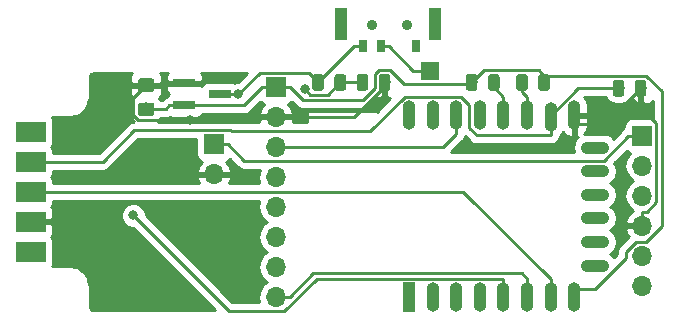
<source format=gbr>
G04 #@! TF.GenerationSoftware,KiCad,Pcbnew,5.0.1-33cea8e~66~ubuntu18.04.1*
G04 #@! TF.CreationDate,2019-09-26T22:02:42+09:00*
G04 #@! TF.ProjectId,minidenko,6D696E6964656E6B6F2E6B696361645F,rev?*
G04 #@! TF.SameCoordinates,Original*
G04 #@! TF.FileFunction,Copper,L1,Top,Signal*
G04 #@! TF.FilePolarity,Positive*
%FSLAX46Y46*%
G04 Gerber Fmt 4.6, Leading zero omitted, Abs format (unit mm)*
G04 Created by KiCad (PCBNEW 5.0.1-33cea8e~66~ubuntu18.04.1) date 2019年09月26日 22時02分42秒*
%MOMM*%
%LPD*%
G01*
G04 APERTURE LIST*
G04 #@! TA.AperFunction,ComponentPad*
%ADD10R,2.500000X1.700000*%
G04 #@! TD*
G04 #@! TA.AperFunction,WasherPad*
%ADD11C,0.900000*%
G04 #@! TD*
G04 #@! TA.AperFunction,SMDPad,CuDef*
%ADD12R,1.000000X2.800000*%
G04 #@! TD*
G04 #@! TA.AperFunction,SMDPad,CuDef*
%ADD13R,0.700000X1.000000*%
G04 #@! TD*
G04 #@! TA.AperFunction,ComponentPad*
%ADD14O,1.100000X2.500000*%
G04 #@! TD*
G04 #@! TA.AperFunction,SMDPad,CuDef*
%ADD15O,2.400000X1.100000*%
G04 #@! TD*
G04 #@! TA.AperFunction,ComponentPad*
%ADD16R,1.100000X2.500000*%
G04 #@! TD*
G04 #@! TA.AperFunction,SMDPad,CuDef*
%ADD17R,1.500000X1.500000*%
G04 #@! TD*
G04 #@! TA.AperFunction,SMDPad,CuDef*
%ADD18R,1.900000X0.800000*%
G04 #@! TD*
G04 #@! TA.AperFunction,Conductor*
%ADD19C,0.100000*%
G04 #@! TD*
G04 #@! TA.AperFunction,SMDPad,CuDef*
%ADD20C,1.150000*%
G04 #@! TD*
G04 #@! TA.AperFunction,ComponentPad*
%ADD21R,1.700000X1.700000*%
G04 #@! TD*
G04 #@! TA.AperFunction,ComponentPad*
%ADD22O,1.700000X1.700000*%
G04 #@! TD*
G04 #@! TA.AperFunction,SMDPad,CuDef*
%ADD23C,0.975000*%
G04 #@! TD*
G04 #@! TA.AperFunction,ViaPad*
%ADD24C,0.800000*%
G04 #@! TD*
G04 #@! TA.AperFunction,Conductor*
%ADD25C,0.250000*%
G04 #@! TD*
G04 #@! TA.AperFunction,Conductor*
%ADD26C,0.254000*%
G04 #@! TD*
G04 APERTURE END LIST*
D10*
G04 #@! TO.P,J3,1*
G04 #@! TO.N,LDO_IN*
X51750000Y-45825000D03*
G04 #@! TO.P,J3,2*
G04 #@! TO.N,GND*
X51750000Y-43285000D03*
G04 #@! TO.P,J3,3*
G04 #@! TO.N,ESP_GPIO13*
X51750000Y-40745000D03*
G04 #@! TO.P,J3,4*
G04 #@! TO.N,ESP_GPIO15*
X51750000Y-38205000D03*
G04 #@! TO.P,J3,5*
G04 #@! TO.N,ESP_GPIO14*
X51750000Y-35665000D03*
G04 #@! TD*
D11*
G04 #@! TO.P,SW1,*
G04 #@! TO.N,*
X80625000Y-26600000D03*
X83625000Y-26650000D03*
D12*
G04 #@! TO.P,SW1,NC*
G04 #@! TO.N,N/C*
X78025000Y-26550000D03*
D13*
G04 #@! TO.P,SW1,2*
G04 #@! TO.N,PW_IN*
X81375000Y-28450000D03*
G04 #@! TO.P,SW1,3*
G04 #@! TO.N,LDO_IN*
X79875000Y-28450000D03*
G04 #@! TO.P,SW1,1*
G04 #@! TO.N,Net-(SW1-Pad1)*
X84375000Y-28450000D03*
D12*
G04 #@! TO.P,SW1,NC*
G04 #@! TO.N,N/C*
X85975000Y-26550000D03*
G04 #@! TD*
D14*
G04 #@! TO.P,U2,22*
G04 #@! TO.N,UART_TXD*
X83750000Y-34300000D03*
G04 #@! TO.P,U2,21*
G04 #@! TO.N,UART_RXD*
X85750000Y-34300000D03*
G04 #@! TO.P,U2,20*
G04 #@! TO.N,ESP_GPIO5*
X87750000Y-34300000D03*
G04 #@! TO.P,U2,19*
G04 #@! TO.N,ESP_GPIO4*
X89750000Y-34300000D03*
G04 #@! TO.P,U2,18*
G04 #@! TO.N,ESP_BOOT*
X91750000Y-34300000D03*
G04 #@! TO.P,U2,17*
G04 #@! TO.N,ESP_GPIO2*
X93750000Y-34300000D03*
G04 #@! TO.P,U2,16*
G04 #@! TO.N,ESP_GPIO15*
X95750000Y-34400000D03*
G04 #@! TO.P,U2,15*
G04 #@! TO.N,GND*
X97750000Y-34300000D03*
D15*
G04 #@! TO.P,U2,14*
G04 #@! TO.N,Net-(U2-Pad14)*
X99500000Y-37010000D03*
G04 #@! TO.P,U2,13*
G04 #@! TO.N,Net-(U2-Pad13)*
X99500000Y-39010000D03*
G04 #@! TO.P,U2,12*
G04 #@! TO.N,Net-(U2-Pad12)*
X99500000Y-41010000D03*
G04 #@! TO.P,U2,11*
G04 #@! TO.N,Net-(U2-Pad11)*
X99500000Y-43010000D03*
G04 #@! TO.P,U2,10*
G04 #@! TO.N,Net-(U2-Pad10)*
X99500000Y-45010000D03*
G04 #@! TO.P,U2,9*
G04 #@! TO.N,Net-(U2-Pad9)*
X99500000Y-47010000D03*
D14*
G04 #@! TO.P,U2,8*
G04 #@! TO.N,+3V3*
X97750000Y-49700000D03*
G04 #@! TO.P,U2,7*
G04 #@! TO.N,ESP_GPIO13*
X95750000Y-49700000D03*
G04 #@! TO.P,U2,6*
G04 #@! TO.N,ESP_GPIO12*
X93750000Y-49700000D03*
G04 #@! TO.P,U2,5*
G04 #@! TO.N,ESP_GPIO14*
X91750000Y-49700000D03*
G04 #@! TO.P,U2,4*
G04 #@! TO.N,ESP_GPIO16*
X89750000Y-49700000D03*
G04 #@! TO.P,U2,3*
G04 #@! TO.N,+3V3*
X87750000Y-49700000D03*
G04 #@! TO.P,U2,2*
G04 #@! TO.N,ADC*
X85750000Y-49700000D03*
D16*
G04 #@! TO.P,U2,1*
G04 #@! TO.N,ESP_RESET*
X83750000Y-49700000D03*
G04 #@! TD*
D17*
G04 #@! TO.P,P1,1*
G04 #@! TO.N,PW_IN*
X85500000Y-30500000D03*
G04 #@! TD*
D18*
G04 #@! TO.P,U1,1*
G04 #@! TO.N,GND*
X64750000Y-31550000D03*
G04 #@! TO.P,U1,2*
G04 #@! TO.N,+3V3*
X64750000Y-33450000D03*
G04 #@! TO.P,U1,3*
G04 #@! TO.N,LDO_IN*
X67750000Y-32500000D03*
G04 #@! TD*
D19*
G04 #@! TO.N,+3V3*
G04 #@! TO.C,C1*
G36*
X61974505Y-33201204D02*
X61998773Y-33204804D01*
X62022572Y-33210765D01*
X62045671Y-33219030D01*
X62067850Y-33229520D01*
X62088893Y-33242132D01*
X62108599Y-33256747D01*
X62126777Y-33273223D01*
X62143253Y-33291401D01*
X62157868Y-33311107D01*
X62170480Y-33332150D01*
X62180970Y-33354329D01*
X62189235Y-33377428D01*
X62195196Y-33401227D01*
X62198796Y-33425495D01*
X62200000Y-33449999D01*
X62200000Y-34100001D01*
X62198796Y-34124505D01*
X62195196Y-34148773D01*
X62189235Y-34172572D01*
X62180970Y-34195671D01*
X62170480Y-34217850D01*
X62157868Y-34238893D01*
X62143253Y-34258599D01*
X62126777Y-34276777D01*
X62108599Y-34293253D01*
X62088893Y-34307868D01*
X62067850Y-34320480D01*
X62045671Y-34330970D01*
X62022572Y-34339235D01*
X61998773Y-34345196D01*
X61974505Y-34348796D01*
X61950001Y-34350000D01*
X61049999Y-34350000D01*
X61025495Y-34348796D01*
X61001227Y-34345196D01*
X60977428Y-34339235D01*
X60954329Y-34330970D01*
X60932150Y-34320480D01*
X60911107Y-34307868D01*
X60891401Y-34293253D01*
X60873223Y-34276777D01*
X60856747Y-34258599D01*
X60842132Y-34238893D01*
X60829520Y-34217850D01*
X60819030Y-34195671D01*
X60810765Y-34172572D01*
X60804804Y-34148773D01*
X60801204Y-34124505D01*
X60800000Y-34100001D01*
X60800000Y-33449999D01*
X60801204Y-33425495D01*
X60804804Y-33401227D01*
X60810765Y-33377428D01*
X60819030Y-33354329D01*
X60829520Y-33332150D01*
X60842132Y-33311107D01*
X60856747Y-33291401D01*
X60873223Y-33273223D01*
X60891401Y-33256747D01*
X60911107Y-33242132D01*
X60932150Y-33229520D01*
X60954329Y-33219030D01*
X60977428Y-33210765D01*
X61001227Y-33204804D01*
X61025495Y-33201204D01*
X61049999Y-33200000D01*
X61950001Y-33200000D01*
X61974505Y-33201204D01*
X61974505Y-33201204D01*
G37*
D20*
G04 #@! TD*
G04 #@! TO.P,C1,1*
G04 #@! TO.N,+3V3*
X61500000Y-33775000D03*
D19*
G04 #@! TO.N,GND*
G04 #@! TO.C,C1*
G36*
X61974505Y-31151204D02*
X61998773Y-31154804D01*
X62022572Y-31160765D01*
X62045671Y-31169030D01*
X62067850Y-31179520D01*
X62088893Y-31192132D01*
X62108599Y-31206747D01*
X62126777Y-31223223D01*
X62143253Y-31241401D01*
X62157868Y-31261107D01*
X62170480Y-31282150D01*
X62180970Y-31304329D01*
X62189235Y-31327428D01*
X62195196Y-31351227D01*
X62198796Y-31375495D01*
X62200000Y-31399999D01*
X62200000Y-32050001D01*
X62198796Y-32074505D01*
X62195196Y-32098773D01*
X62189235Y-32122572D01*
X62180970Y-32145671D01*
X62170480Y-32167850D01*
X62157868Y-32188893D01*
X62143253Y-32208599D01*
X62126777Y-32226777D01*
X62108599Y-32243253D01*
X62088893Y-32257868D01*
X62067850Y-32270480D01*
X62045671Y-32280970D01*
X62022572Y-32289235D01*
X61998773Y-32295196D01*
X61974505Y-32298796D01*
X61950001Y-32300000D01*
X61049999Y-32300000D01*
X61025495Y-32298796D01*
X61001227Y-32295196D01*
X60977428Y-32289235D01*
X60954329Y-32280970D01*
X60932150Y-32270480D01*
X60911107Y-32257868D01*
X60891401Y-32243253D01*
X60873223Y-32226777D01*
X60856747Y-32208599D01*
X60842132Y-32188893D01*
X60829520Y-32167850D01*
X60819030Y-32145671D01*
X60810765Y-32122572D01*
X60804804Y-32098773D01*
X60801204Y-32074505D01*
X60800000Y-32050001D01*
X60800000Y-31399999D01*
X60801204Y-31375495D01*
X60804804Y-31351227D01*
X60810765Y-31327428D01*
X60819030Y-31304329D01*
X60829520Y-31282150D01*
X60842132Y-31261107D01*
X60856747Y-31241401D01*
X60873223Y-31223223D01*
X60891401Y-31206747D01*
X60911107Y-31192132D01*
X60932150Y-31179520D01*
X60954329Y-31169030D01*
X60977428Y-31160765D01*
X61001227Y-31154804D01*
X61025495Y-31151204D01*
X61049999Y-31150000D01*
X61950001Y-31150000D01*
X61974505Y-31151204D01*
X61974505Y-31151204D01*
G37*
D20*
G04 #@! TD*
G04 #@! TO.P,C1,2*
G04 #@! TO.N,GND*
X61500000Y-31725000D03*
D21*
G04 #@! TO.P,J1,1*
G04 #@! TO.N,LDO_IN*
X67250000Y-36750000D03*
D22*
G04 #@! TO.P,J1,2*
G04 #@! TO.N,GND*
X67250000Y-39290000D03*
G04 #@! TD*
D21*
G04 #@! TO.P,J2,1*
G04 #@! TO.N,LDO_IN*
X103500000Y-36000000D03*
D22*
G04 #@! TO.P,J2,2*
G04 #@! TO.N,ESP_RESET*
X103500000Y-38540000D03*
G04 #@! TO.P,J2,3*
G04 #@! TO.N,ESP_BOOT*
X103500000Y-41080000D03*
G04 #@! TO.P,J2,4*
G04 #@! TO.N,GND*
X103500000Y-43620000D03*
G04 #@! TO.P,J2,5*
G04 #@! TO.N,UART_TXD*
X103500000Y-46160000D03*
G04 #@! TO.P,J2,6*
G04 #@! TO.N,UART_RXD*
X103500000Y-48700000D03*
G04 #@! TD*
D21*
G04 #@! TO.P,J5,1*
G04 #@! TO.N,+3V3*
X72500000Y-31875000D03*
D22*
G04 #@! TO.P,J5,2*
G04 #@! TO.N,GND*
X72500000Y-34415000D03*
G04 #@! TO.P,J5,3*
G04 #@! TO.N,ESP_GPIO5*
X72500000Y-36955000D03*
G04 #@! TO.P,J5,4*
G04 #@! TO.N,ESP_GPIO4*
X72500000Y-39495000D03*
G04 #@! TO.P,J5,5*
G04 #@! TO.N,Net-(J5-Pad5)*
X72500000Y-42035000D03*
G04 #@! TO.P,J5,6*
G04 #@! TO.N,Net-(J5-Pad6)*
X72500000Y-44575000D03*
G04 #@! TO.P,J5,7*
G04 #@! TO.N,Net-(J5-Pad7)*
X72500000Y-47115000D03*
G04 #@! TO.P,J5,8*
G04 #@! TO.N,ESP_GPIO12*
X72500000Y-49655000D03*
G04 #@! TD*
D19*
G04 #@! TO.N,ESP_GPIO2*
G04 #@! TO.C,R5*
G36*
X93580142Y-30801174D02*
X93603803Y-30804684D01*
X93627007Y-30810496D01*
X93649529Y-30818554D01*
X93671153Y-30828782D01*
X93691670Y-30841079D01*
X93710883Y-30855329D01*
X93728607Y-30871393D01*
X93744671Y-30889117D01*
X93758921Y-30908330D01*
X93771218Y-30928847D01*
X93781446Y-30950471D01*
X93789504Y-30972993D01*
X93795316Y-30996197D01*
X93798826Y-31019858D01*
X93800000Y-31043750D01*
X93800000Y-31956250D01*
X93798826Y-31980142D01*
X93795316Y-32003803D01*
X93789504Y-32027007D01*
X93781446Y-32049529D01*
X93771218Y-32071153D01*
X93758921Y-32091670D01*
X93744671Y-32110883D01*
X93728607Y-32128607D01*
X93710883Y-32144671D01*
X93691670Y-32158921D01*
X93671153Y-32171218D01*
X93649529Y-32181446D01*
X93627007Y-32189504D01*
X93603803Y-32195316D01*
X93580142Y-32198826D01*
X93556250Y-32200000D01*
X93068750Y-32200000D01*
X93044858Y-32198826D01*
X93021197Y-32195316D01*
X92997993Y-32189504D01*
X92975471Y-32181446D01*
X92953847Y-32171218D01*
X92933330Y-32158921D01*
X92914117Y-32144671D01*
X92896393Y-32128607D01*
X92880329Y-32110883D01*
X92866079Y-32091670D01*
X92853782Y-32071153D01*
X92843554Y-32049529D01*
X92835496Y-32027007D01*
X92829684Y-32003803D01*
X92826174Y-31980142D01*
X92825000Y-31956250D01*
X92825000Y-31043750D01*
X92826174Y-31019858D01*
X92829684Y-30996197D01*
X92835496Y-30972993D01*
X92843554Y-30950471D01*
X92853782Y-30928847D01*
X92866079Y-30908330D01*
X92880329Y-30889117D01*
X92896393Y-30871393D01*
X92914117Y-30855329D01*
X92933330Y-30841079D01*
X92953847Y-30828782D01*
X92975471Y-30818554D01*
X92997993Y-30810496D01*
X93021197Y-30804684D01*
X93044858Y-30801174D01*
X93068750Y-30800000D01*
X93556250Y-30800000D01*
X93580142Y-30801174D01*
X93580142Y-30801174D01*
G37*
D23*
G04 #@! TD*
G04 #@! TO.P,R5,1*
G04 #@! TO.N,ESP_GPIO2*
X93312500Y-31500000D03*
D19*
G04 #@! TO.N,+3V3*
G04 #@! TO.C,R5*
G36*
X95455142Y-30801174D02*
X95478803Y-30804684D01*
X95502007Y-30810496D01*
X95524529Y-30818554D01*
X95546153Y-30828782D01*
X95566670Y-30841079D01*
X95585883Y-30855329D01*
X95603607Y-30871393D01*
X95619671Y-30889117D01*
X95633921Y-30908330D01*
X95646218Y-30928847D01*
X95656446Y-30950471D01*
X95664504Y-30972993D01*
X95670316Y-30996197D01*
X95673826Y-31019858D01*
X95675000Y-31043750D01*
X95675000Y-31956250D01*
X95673826Y-31980142D01*
X95670316Y-32003803D01*
X95664504Y-32027007D01*
X95656446Y-32049529D01*
X95646218Y-32071153D01*
X95633921Y-32091670D01*
X95619671Y-32110883D01*
X95603607Y-32128607D01*
X95585883Y-32144671D01*
X95566670Y-32158921D01*
X95546153Y-32171218D01*
X95524529Y-32181446D01*
X95502007Y-32189504D01*
X95478803Y-32195316D01*
X95455142Y-32198826D01*
X95431250Y-32200000D01*
X94943750Y-32200000D01*
X94919858Y-32198826D01*
X94896197Y-32195316D01*
X94872993Y-32189504D01*
X94850471Y-32181446D01*
X94828847Y-32171218D01*
X94808330Y-32158921D01*
X94789117Y-32144671D01*
X94771393Y-32128607D01*
X94755329Y-32110883D01*
X94741079Y-32091670D01*
X94728782Y-32071153D01*
X94718554Y-32049529D01*
X94710496Y-32027007D01*
X94704684Y-32003803D01*
X94701174Y-31980142D01*
X94700000Y-31956250D01*
X94700000Y-31043750D01*
X94701174Y-31019858D01*
X94704684Y-30996197D01*
X94710496Y-30972993D01*
X94718554Y-30950471D01*
X94728782Y-30928847D01*
X94741079Y-30908330D01*
X94755329Y-30889117D01*
X94771393Y-30871393D01*
X94789117Y-30855329D01*
X94808330Y-30841079D01*
X94828847Y-30828782D01*
X94850471Y-30818554D01*
X94872993Y-30810496D01*
X94896197Y-30804684D01*
X94919858Y-30801174D01*
X94943750Y-30800000D01*
X95431250Y-30800000D01*
X95455142Y-30801174D01*
X95455142Y-30801174D01*
G37*
D23*
G04 #@! TD*
G04 #@! TO.P,R5,2*
G04 #@! TO.N,+3V3*
X95187500Y-31500000D03*
D19*
G04 #@! TO.N,GND*
G04 #@! TO.C,R4*
G36*
X81955142Y-30801174D02*
X81978803Y-30804684D01*
X82002007Y-30810496D01*
X82024529Y-30818554D01*
X82046153Y-30828782D01*
X82066670Y-30841079D01*
X82085883Y-30855329D01*
X82103607Y-30871393D01*
X82119671Y-30889117D01*
X82133921Y-30908330D01*
X82146218Y-30928847D01*
X82156446Y-30950471D01*
X82164504Y-30972993D01*
X82170316Y-30996197D01*
X82173826Y-31019858D01*
X82175000Y-31043750D01*
X82175000Y-31956250D01*
X82173826Y-31980142D01*
X82170316Y-32003803D01*
X82164504Y-32027007D01*
X82156446Y-32049529D01*
X82146218Y-32071153D01*
X82133921Y-32091670D01*
X82119671Y-32110883D01*
X82103607Y-32128607D01*
X82085883Y-32144671D01*
X82066670Y-32158921D01*
X82046153Y-32171218D01*
X82024529Y-32181446D01*
X82002007Y-32189504D01*
X81978803Y-32195316D01*
X81955142Y-32198826D01*
X81931250Y-32200000D01*
X81443750Y-32200000D01*
X81419858Y-32198826D01*
X81396197Y-32195316D01*
X81372993Y-32189504D01*
X81350471Y-32181446D01*
X81328847Y-32171218D01*
X81308330Y-32158921D01*
X81289117Y-32144671D01*
X81271393Y-32128607D01*
X81255329Y-32110883D01*
X81241079Y-32091670D01*
X81228782Y-32071153D01*
X81218554Y-32049529D01*
X81210496Y-32027007D01*
X81204684Y-32003803D01*
X81201174Y-31980142D01*
X81200000Y-31956250D01*
X81200000Y-31043750D01*
X81201174Y-31019858D01*
X81204684Y-30996197D01*
X81210496Y-30972993D01*
X81218554Y-30950471D01*
X81228782Y-30928847D01*
X81241079Y-30908330D01*
X81255329Y-30889117D01*
X81271393Y-30871393D01*
X81289117Y-30855329D01*
X81308330Y-30841079D01*
X81328847Y-30828782D01*
X81350471Y-30818554D01*
X81372993Y-30810496D01*
X81396197Y-30804684D01*
X81419858Y-30801174D01*
X81443750Y-30800000D01*
X81931250Y-30800000D01*
X81955142Y-30801174D01*
X81955142Y-30801174D01*
G37*
D23*
G04 #@! TD*
G04 #@! TO.P,R4,2*
G04 #@! TO.N,GND*
X81687500Y-31500000D03*
D19*
G04 #@! TO.N,ADC*
G04 #@! TO.C,R4*
G36*
X80080142Y-30801174D02*
X80103803Y-30804684D01*
X80127007Y-30810496D01*
X80149529Y-30818554D01*
X80171153Y-30828782D01*
X80191670Y-30841079D01*
X80210883Y-30855329D01*
X80228607Y-30871393D01*
X80244671Y-30889117D01*
X80258921Y-30908330D01*
X80271218Y-30928847D01*
X80281446Y-30950471D01*
X80289504Y-30972993D01*
X80295316Y-30996197D01*
X80298826Y-31019858D01*
X80300000Y-31043750D01*
X80300000Y-31956250D01*
X80298826Y-31980142D01*
X80295316Y-32003803D01*
X80289504Y-32027007D01*
X80281446Y-32049529D01*
X80271218Y-32071153D01*
X80258921Y-32091670D01*
X80244671Y-32110883D01*
X80228607Y-32128607D01*
X80210883Y-32144671D01*
X80191670Y-32158921D01*
X80171153Y-32171218D01*
X80149529Y-32181446D01*
X80127007Y-32189504D01*
X80103803Y-32195316D01*
X80080142Y-32198826D01*
X80056250Y-32200000D01*
X79568750Y-32200000D01*
X79544858Y-32198826D01*
X79521197Y-32195316D01*
X79497993Y-32189504D01*
X79475471Y-32181446D01*
X79453847Y-32171218D01*
X79433330Y-32158921D01*
X79414117Y-32144671D01*
X79396393Y-32128607D01*
X79380329Y-32110883D01*
X79366079Y-32091670D01*
X79353782Y-32071153D01*
X79343554Y-32049529D01*
X79335496Y-32027007D01*
X79329684Y-32003803D01*
X79326174Y-31980142D01*
X79325000Y-31956250D01*
X79325000Y-31043750D01*
X79326174Y-31019858D01*
X79329684Y-30996197D01*
X79335496Y-30972993D01*
X79343554Y-30950471D01*
X79353782Y-30928847D01*
X79366079Y-30908330D01*
X79380329Y-30889117D01*
X79396393Y-30871393D01*
X79414117Y-30855329D01*
X79433330Y-30841079D01*
X79453847Y-30828782D01*
X79475471Y-30818554D01*
X79497993Y-30810496D01*
X79521197Y-30804684D01*
X79544858Y-30801174D01*
X79568750Y-30800000D01*
X80056250Y-30800000D01*
X80080142Y-30801174D01*
X80080142Y-30801174D01*
G37*
D23*
G04 #@! TD*
G04 #@! TO.P,R4,1*
G04 #@! TO.N,ADC*
X79812500Y-31500000D03*
D19*
G04 #@! TO.N,LDO_IN*
G04 #@! TO.C,R3*
G36*
X76330142Y-30801174D02*
X76353803Y-30804684D01*
X76377007Y-30810496D01*
X76399529Y-30818554D01*
X76421153Y-30828782D01*
X76441670Y-30841079D01*
X76460883Y-30855329D01*
X76478607Y-30871393D01*
X76494671Y-30889117D01*
X76508921Y-30908330D01*
X76521218Y-30928847D01*
X76531446Y-30950471D01*
X76539504Y-30972993D01*
X76545316Y-30996197D01*
X76548826Y-31019858D01*
X76550000Y-31043750D01*
X76550000Y-31956250D01*
X76548826Y-31980142D01*
X76545316Y-32003803D01*
X76539504Y-32027007D01*
X76531446Y-32049529D01*
X76521218Y-32071153D01*
X76508921Y-32091670D01*
X76494671Y-32110883D01*
X76478607Y-32128607D01*
X76460883Y-32144671D01*
X76441670Y-32158921D01*
X76421153Y-32171218D01*
X76399529Y-32181446D01*
X76377007Y-32189504D01*
X76353803Y-32195316D01*
X76330142Y-32198826D01*
X76306250Y-32200000D01*
X75818750Y-32200000D01*
X75794858Y-32198826D01*
X75771197Y-32195316D01*
X75747993Y-32189504D01*
X75725471Y-32181446D01*
X75703847Y-32171218D01*
X75683330Y-32158921D01*
X75664117Y-32144671D01*
X75646393Y-32128607D01*
X75630329Y-32110883D01*
X75616079Y-32091670D01*
X75603782Y-32071153D01*
X75593554Y-32049529D01*
X75585496Y-32027007D01*
X75579684Y-32003803D01*
X75576174Y-31980142D01*
X75575000Y-31956250D01*
X75575000Y-31043750D01*
X75576174Y-31019858D01*
X75579684Y-30996197D01*
X75585496Y-30972993D01*
X75593554Y-30950471D01*
X75603782Y-30928847D01*
X75616079Y-30908330D01*
X75630329Y-30889117D01*
X75646393Y-30871393D01*
X75664117Y-30855329D01*
X75683330Y-30841079D01*
X75703847Y-30828782D01*
X75725471Y-30818554D01*
X75747993Y-30810496D01*
X75771197Y-30804684D01*
X75794858Y-30801174D01*
X75818750Y-30800000D01*
X76306250Y-30800000D01*
X76330142Y-30801174D01*
X76330142Y-30801174D01*
G37*
D23*
G04 #@! TD*
G04 #@! TO.P,R3,1*
G04 #@! TO.N,LDO_IN*
X76062500Y-31500000D03*
D19*
G04 #@! TO.N,ADC*
G04 #@! TO.C,R3*
G36*
X78205142Y-30801174D02*
X78228803Y-30804684D01*
X78252007Y-30810496D01*
X78274529Y-30818554D01*
X78296153Y-30828782D01*
X78316670Y-30841079D01*
X78335883Y-30855329D01*
X78353607Y-30871393D01*
X78369671Y-30889117D01*
X78383921Y-30908330D01*
X78396218Y-30928847D01*
X78406446Y-30950471D01*
X78414504Y-30972993D01*
X78420316Y-30996197D01*
X78423826Y-31019858D01*
X78425000Y-31043750D01*
X78425000Y-31956250D01*
X78423826Y-31980142D01*
X78420316Y-32003803D01*
X78414504Y-32027007D01*
X78406446Y-32049529D01*
X78396218Y-32071153D01*
X78383921Y-32091670D01*
X78369671Y-32110883D01*
X78353607Y-32128607D01*
X78335883Y-32144671D01*
X78316670Y-32158921D01*
X78296153Y-32171218D01*
X78274529Y-32181446D01*
X78252007Y-32189504D01*
X78228803Y-32195316D01*
X78205142Y-32198826D01*
X78181250Y-32200000D01*
X77693750Y-32200000D01*
X77669858Y-32198826D01*
X77646197Y-32195316D01*
X77622993Y-32189504D01*
X77600471Y-32181446D01*
X77578847Y-32171218D01*
X77558330Y-32158921D01*
X77539117Y-32144671D01*
X77521393Y-32128607D01*
X77505329Y-32110883D01*
X77491079Y-32091670D01*
X77478782Y-32071153D01*
X77468554Y-32049529D01*
X77460496Y-32027007D01*
X77454684Y-32003803D01*
X77451174Y-31980142D01*
X77450000Y-31956250D01*
X77450000Y-31043750D01*
X77451174Y-31019858D01*
X77454684Y-30996197D01*
X77460496Y-30972993D01*
X77468554Y-30950471D01*
X77478782Y-30928847D01*
X77491079Y-30908330D01*
X77505329Y-30889117D01*
X77521393Y-30871393D01*
X77539117Y-30855329D01*
X77558330Y-30841079D01*
X77578847Y-30828782D01*
X77600471Y-30818554D01*
X77622993Y-30810496D01*
X77646197Y-30804684D01*
X77669858Y-30801174D01*
X77693750Y-30800000D01*
X78181250Y-30800000D01*
X78205142Y-30801174D01*
X78205142Y-30801174D01*
G37*
D23*
G04 #@! TD*
G04 #@! TO.P,R3,2*
G04 #@! TO.N,ADC*
X77937500Y-31500000D03*
D19*
G04 #@! TO.N,+3V3*
G04 #@! TO.C,R2*
G36*
X89330142Y-30801174D02*
X89353803Y-30804684D01*
X89377007Y-30810496D01*
X89399529Y-30818554D01*
X89421153Y-30828782D01*
X89441670Y-30841079D01*
X89460883Y-30855329D01*
X89478607Y-30871393D01*
X89494671Y-30889117D01*
X89508921Y-30908330D01*
X89521218Y-30928847D01*
X89531446Y-30950471D01*
X89539504Y-30972993D01*
X89545316Y-30996197D01*
X89548826Y-31019858D01*
X89550000Y-31043750D01*
X89550000Y-31956250D01*
X89548826Y-31980142D01*
X89545316Y-32003803D01*
X89539504Y-32027007D01*
X89531446Y-32049529D01*
X89521218Y-32071153D01*
X89508921Y-32091670D01*
X89494671Y-32110883D01*
X89478607Y-32128607D01*
X89460883Y-32144671D01*
X89441670Y-32158921D01*
X89421153Y-32171218D01*
X89399529Y-32181446D01*
X89377007Y-32189504D01*
X89353803Y-32195316D01*
X89330142Y-32198826D01*
X89306250Y-32200000D01*
X88818750Y-32200000D01*
X88794858Y-32198826D01*
X88771197Y-32195316D01*
X88747993Y-32189504D01*
X88725471Y-32181446D01*
X88703847Y-32171218D01*
X88683330Y-32158921D01*
X88664117Y-32144671D01*
X88646393Y-32128607D01*
X88630329Y-32110883D01*
X88616079Y-32091670D01*
X88603782Y-32071153D01*
X88593554Y-32049529D01*
X88585496Y-32027007D01*
X88579684Y-32003803D01*
X88576174Y-31980142D01*
X88575000Y-31956250D01*
X88575000Y-31043750D01*
X88576174Y-31019858D01*
X88579684Y-30996197D01*
X88585496Y-30972993D01*
X88593554Y-30950471D01*
X88603782Y-30928847D01*
X88616079Y-30908330D01*
X88630329Y-30889117D01*
X88646393Y-30871393D01*
X88664117Y-30855329D01*
X88683330Y-30841079D01*
X88703847Y-30828782D01*
X88725471Y-30818554D01*
X88747993Y-30810496D01*
X88771197Y-30804684D01*
X88794858Y-30801174D01*
X88818750Y-30800000D01*
X89306250Y-30800000D01*
X89330142Y-30801174D01*
X89330142Y-30801174D01*
G37*
D23*
G04 #@! TD*
G04 #@! TO.P,R2,2*
G04 #@! TO.N,+3V3*
X89062500Y-31500000D03*
D19*
G04 #@! TO.N,ESP_BOOT*
G04 #@! TO.C,R2*
G36*
X91205142Y-30801174D02*
X91228803Y-30804684D01*
X91252007Y-30810496D01*
X91274529Y-30818554D01*
X91296153Y-30828782D01*
X91316670Y-30841079D01*
X91335883Y-30855329D01*
X91353607Y-30871393D01*
X91369671Y-30889117D01*
X91383921Y-30908330D01*
X91396218Y-30928847D01*
X91406446Y-30950471D01*
X91414504Y-30972993D01*
X91420316Y-30996197D01*
X91423826Y-31019858D01*
X91425000Y-31043750D01*
X91425000Y-31956250D01*
X91423826Y-31980142D01*
X91420316Y-32003803D01*
X91414504Y-32027007D01*
X91406446Y-32049529D01*
X91396218Y-32071153D01*
X91383921Y-32091670D01*
X91369671Y-32110883D01*
X91353607Y-32128607D01*
X91335883Y-32144671D01*
X91316670Y-32158921D01*
X91296153Y-32171218D01*
X91274529Y-32181446D01*
X91252007Y-32189504D01*
X91228803Y-32195316D01*
X91205142Y-32198826D01*
X91181250Y-32200000D01*
X90693750Y-32200000D01*
X90669858Y-32198826D01*
X90646197Y-32195316D01*
X90622993Y-32189504D01*
X90600471Y-32181446D01*
X90578847Y-32171218D01*
X90558330Y-32158921D01*
X90539117Y-32144671D01*
X90521393Y-32128607D01*
X90505329Y-32110883D01*
X90491079Y-32091670D01*
X90478782Y-32071153D01*
X90468554Y-32049529D01*
X90460496Y-32027007D01*
X90454684Y-32003803D01*
X90451174Y-31980142D01*
X90450000Y-31956250D01*
X90450000Y-31043750D01*
X90451174Y-31019858D01*
X90454684Y-30996197D01*
X90460496Y-30972993D01*
X90468554Y-30950471D01*
X90478782Y-30928847D01*
X90491079Y-30908330D01*
X90505329Y-30889117D01*
X90521393Y-30871393D01*
X90539117Y-30855329D01*
X90558330Y-30841079D01*
X90578847Y-30828782D01*
X90600471Y-30818554D01*
X90622993Y-30810496D01*
X90646197Y-30804684D01*
X90669858Y-30801174D01*
X90693750Y-30800000D01*
X91181250Y-30800000D01*
X91205142Y-30801174D01*
X91205142Y-30801174D01*
G37*
D23*
G04 #@! TD*
G04 #@! TO.P,R2,1*
G04 #@! TO.N,ESP_BOOT*
X90937500Y-31500000D03*
D19*
G04 #@! TO.N,ESP_GPIO15*
G04 #@! TO.C,R1*
G36*
X101768142Y-31301174D02*
X101791803Y-31304684D01*
X101815007Y-31310496D01*
X101837529Y-31318554D01*
X101859153Y-31328782D01*
X101879670Y-31341079D01*
X101898883Y-31355329D01*
X101916607Y-31371393D01*
X101932671Y-31389117D01*
X101946921Y-31408330D01*
X101959218Y-31428847D01*
X101969446Y-31450471D01*
X101977504Y-31472993D01*
X101983316Y-31496197D01*
X101986826Y-31519858D01*
X101988000Y-31543750D01*
X101988000Y-32456250D01*
X101986826Y-32480142D01*
X101983316Y-32503803D01*
X101977504Y-32527007D01*
X101969446Y-32549529D01*
X101959218Y-32571153D01*
X101946921Y-32591670D01*
X101932671Y-32610883D01*
X101916607Y-32628607D01*
X101898883Y-32644671D01*
X101879670Y-32658921D01*
X101859153Y-32671218D01*
X101837529Y-32681446D01*
X101815007Y-32689504D01*
X101791803Y-32695316D01*
X101768142Y-32698826D01*
X101744250Y-32700000D01*
X101256750Y-32700000D01*
X101232858Y-32698826D01*
X101209197Y-32695316D01*
X101185993Y-32689504D01*
X101163471Y-32681446D01*
X101141847Y-32671218D01*
X101121330Y-32658921D01*
X101102117Y-32644671D01*
X101084393Y-32628607D01*
X101068329Y-32610883D01*
X101054079Y-32591670D01*
X101041782Y-32571153D01*
X101031554Y-32549529D01*
X101023496Y-32527007D01*
X101017684Y-32503803D01*
X101014174Y-32480142D01*
X101013000Y-32456250D01*
X101013000Y-31543750D01*
X101014174Y-31519858D01*
X101017684Y-31496197D01*
X101023496Y-31472993D01*
X101031554Y-31450471D01*
X101041782Y-31428847D01*
X101054079Y-31408330D01*
X101068329Y-31389117D01*
X101084393Y-31371393D01*
X101102117Y-31355329D01*
X101121330Y-31341079D01*
X101141847Y-31328782D01*
X101163471Y-31318554D01*
X101185993Y-31310496D01*
X101209197Y-31304684D01*
X101232858Y-31301174D01*
X101256750Y-31300000D01*
X101744250Y-31300000D01*
X101768142Y-31301174D01*
X101768142Y-31301174D01*
G37*
D23*
G04 #@! TD*
G04 #@! TO.P,R1,1*
G04 #@! TO.N,ESP_GPIO15*
X101500500Y-32000000D03*
D19*
G04 #@! TO.N,GND*
G04 #@! TO.C,R1*
G36*
X103643142Y-31301174D02*
X103666803Y-31304684D01*
X103690007Y-31310496D01*
X103712529Y-31318554D01*
X103734153Y-31328782D01*
X103754670Y-31341079D01*
X103773883Y-31355329D01*
X103791607Y-31371393D01*
X103807671Y-31389117D01*
X103821921Y-31408330D01*
X103834218Y-31428847D01*
X103844446Y-31450471D01*
X103852504Y-31472993D01*
X103858316Y-31496197D01*
X103861826Y-31519858D01*
X103863000Y-31543750D01*
X103863000Y-32456250D01*
X103861826Y-32480142D01*
X103858316Y-32503803D01*
X103852504Y-32527007D01*
X103844446Y-32549529D01*
X103834218Y-32571153D01*
X103821921Y-32591670D01*
X103807671Y-32610883D01*
X103791607Y-32628607D01*
X103773883Y-32644671D01*
X103754670Y-32658921D01*
X103734153Y-32671218D01*
X103712529Y-32681446D01*
X103690007Y-32689504D01*
X103666803Y-32695316D01*
X103643142Y-32698826D01*
X103619250Y-32700000D01*
X103131750Y-32700000D01*
X103107858Y-32698826D01*
X103084197Y-32695316D01*
X103060993Y-32689504D01*
X103038471Y-32681446D01*
X103016847Y-32671218D01*
X102996330Y-32658921D01*
X102977117Y-32644671D01*
X102959393Y-32628607D01*
X102943329Y-32610883D01*
X102929079Y-32591670D01*
X102916782Y-32571153D01*
X102906554Y-32549529D01*
X102898496Y-32527007D01*
X102892684Y-32503803D01*
X102889174Y-32480142D01*
X102888000Y-32456250D01*
X102888000Y-31543750D01*
X102889174Y-31519858D01*
X102892684Y-31496197D01*
X102898496Y-31472993D01*
X102906554Y-31450471D01*
X102916782Y-31428847D01*
X102929079Y-31408330D01*
X102943329Y-31389117D01*
X102959393Y-31371393D01*
X102977117Y-31355329D01*
X102996330Y-31341079D01*
X103016847Y-31328782D01*
X103038471Y-31318554D01*
X103060993Y-31310496D01*
X103084197Y-31304684D01*
X103107858Y-31301174D01*
X103131750Y-31300000D01*
X103619250Y-31300000D01*
X103643142Y-31301174D01*
X103643142Y-31301174D01*
G37*
D23*
G04 #@! TD*
G04 #@! TO.P,R1,2*
G04 #@! TO.N,GND*
X103375500Y-32000000D03*
D24*
G04 #@! TO.N,GND*
X65256300Y-34647300D03*
G04 #@! TO.N,LDO_IN*
X69320600Y-32500000D03*
G04 #@! TO.N,ADC*
X74966400Y-32085400D03*
G04 #@! TO.N,ESP_GPIO14*
X60416700Y-42760900D03*
G04 #@! TD*
D25*
G04 #@! TO.N,ESP_GPIO15*
X101500500Y-32000000D02*
X98075500Y-32000000D01*
X98075500Y-32000000D02*
X95750000Y-34325500D01*
X95750000Y-34325500D02*
X95750000Y-35000000D01*
X51750000Y-38205000D02*
X57849200Y-38205000D01*
X57849200Y-38205000D02*
X60484600Y-35569600D01*
X60484600Y-35569600D02*
X68662100Y-35569600D01*
X68662100Y-35569600D02*
X68721600Y-35629100D01*
X68721600Y-35629100D02*
X80462600Y-35629100D01*
X80462600Y-35629100D02*
X83379000Y-32712700D01*
X83379000Y-32712700D02*
X88147100Y-32712700D01*
X88147100Y-32712700D02*
X88874600Y-33440200D01*
X88874600Y-33440200D02*
X88874600Y-35368300D01*
X88874600Y-35368300D02*
X89481600Y-35975300D01*
X89481600Y-35975300D02*
X95750000Y-35975300D01*
X95750000Y-35000000D02*
X95750000Y-35975300D01*
G04 #@! TO.N,GND*
X71324700Y-34415000D02*
X71092400Y-34647300D01*
X71092400Y-34647300D02*
X65256300Y-34647300D01*
X65256300Y-34647300D02*
X65227200Y-34676400D01*
X65227200Y-34676400D02*
X60811500Y-34676400D01*
X60811500Y-34676400D02*
X60432300Y-34297200D01*
X60432300Y-34297200D02*
X60432300Y-32792700D01*
X60432300Y-32792700D02*
X61500000Y-31725000D01*
X72500000Y-34415000D02*
X71324700Y-34415000D01*
X81687500Y-31500000D02*
X81687500Y-31807900D01*
X81687500Y-31807900D02*
X79080400Y-34415000D01*
X79080400Y-34415000D02*
X72500000Y-34415000D01*
X102548200Y-32827300D02*
X103375500Y-32000000D01*
X97750000Y-35000000D02*
X100375500Y-35000000D01*
X100375500Y-35000000D02*
X102548200Y-32827300D01*
X102548200Y-32827300D02*
X104675300Y-34954500D01*
X104675300Y-34954500D02*
X104675300Y-41636800D01*
X104675300Y-41636800D02*
X103867400Y-42444700D01*
X103867400Y-42444700D02*
X103500000Y-42444700D01*
X103500000Y-43620000D02*
X103500000Y-42444700D01*
X61500000Y-31725000D02*
X63299700Y-31725000D01*
X63299700Y-31725000D02*
X63474700Y-31550000D01*
X64750000Y-31550000D02*
X63474700Y-31550000D01*
G04 #@! TO.N,+3V3*
X89062500Y-31500000D02*
X88915800Y-31646700D01*
X88915800Y-31646700D02*
X83364400Y-31646700D01*
X83364400Y-31646700D02*
X82163500Y-30445800D01*
X82163500Y-30445800D02*
X81185000Y-30445800D01*
X81185000Y-30445800D02*
X80873700Y-30757100D01*
X80873700Y-30757100D02*
X80873700Y-31976600D01*
X80873700Y-31976600D02*
X79870800Y-32979500D01*
X79870800Y-32979500D02*
X74779800Y-32979500D01*
X74779800Y-32979500D02*
X73675300Y-31875000D01*
X72500000Y-31875000D02*
X73675300Y-31875000D01*
X95187500Y-30916800D02*
X94738700Y-30468000D01*
X94738700Y-30468000D02*
X90094500Y-30468000D01*
X90094500Y-30468000D02*
X89062500Y-31500000D01*
X95187500Y-31500000D02*
X95187500Y-30916800D01*
X95187500Y-30916800D02*
X103826400Y-30916800D01*
X103826400Y-30916800D02*
X105164600Y-32255000D01*
X105164600Y-32255000D02*
X105164600Y-43638700D01*
X105164600Y-43638700D02*
X103818700Y-44984600D01*
X103818700Y-44984600D02*
X103002600Y-44984600D01*
X103002600Y-44984600D02*
X102134600Y-45852600D01*
X102134600Y-45852600D02*
X102134600Y-46360900D01*
X102134600Y-46360900D02*
X99495500Y-49000000D01*
X99495500Y-49000000D02*
X97750000Y-49000000D01*
X72500000Y-31875000D02*
X71324700Y-31875000D01*
X66025300Y-33450000D02*
X69749700Y-33450000D01*
X69749700Y-33450000D02*
X71324700Y-31875000D01*
X64750000Y-33450000D02*
X66025300Y-33450000D01*
X64750000Y-33450000D02*
X63474700Y-33450000D01*
X61500000Y-33775000D02*
X63149700Y-33775000D01*
X63149700Y-33775000D02*
X63474700Y-33450000D01*
G04 #@! TO.N,ESP_BOOT*
X91750000Y-35000000D02*
X91750000Y-32724700D01*
X90937500Y-31500000D02*
X90937500Y-31912200D01*
X90937500Y-31912200D02*
X91750000Y-32724700D01*
G04 #@! TO.N,LDO_IN*
X103500000Y-36000000D02*
X102324700Y-36000000D01*
X67250000Y-36750000D02*
X68425300Y-36750000D01*
X68425300Y-36750000D02*
X69809400Y-38134100D01*
X69809400Y-38134100D02*
X100264100Y-38134100D01*
X100264100Y-38134100D02*
X102324700Y-36073500D01*
X102324700Y-36073500D02*
X102324700Y-36000000D01*
X69320600Y-32500000D02*
X71121000Y-30699600D01*
X71121000Y-30699600D02*
X75262100Y-30699600D01*
X75262100Y-30699600D02*
X76062500Y-31500000D01*
X69025300Y-32500000D02*
X69320600Y-32500000D01*
X76062500Y-31500000D02*
X79112500Y-28450000D01*
X79112500Y-28450000D02*
X79875000Y-28450000D01*
X67750000Y-32500000D02*
X69025300Y-32500000D01*
G04 #@! TO.N,ADC*
X77937500Y-31500000D02*
X76908300Y-32529200D01*
X76908300Y-32529200D02*
X75410200Y-32529200D01*
X75410200Y-32529200D02*
X74966400Y-32085400D01*
X79812500Y-31500000D02*
X77937500Y-31500000D01*
G04 #@! TO.N,ESP_GPIO2*
X93750000Y-35000000D02*
X93750000Y-32724700D01*
X93312500Y-31500000D02*
X93312500Y-32287200D01*
X93312500Y-32287200D02*
X93750000Y-32724700D01*
G04 #@! TO.N,ESP_GPIO14*
X91750000Y-49000000D02*
X91750000Y-48124700D01*
X91750000Y-48124700D02*
X75930500Y-48124700D01*
X75930500Y-48124700D02*
X73211500Y-50843700D01*
X73211500Y-50843700D02*
X68499500Y-50843700D01*
X68499500Y-50843700D02*
X60416700Y-42760900D01*
G04 #@! TO.N,ESP_GPIO12*
X73675300Y-49655000D02*
X75655900Y-47674400D01*
X75655900Y-47674400D02*
X93299700Y-47674400D01*
X93299700Y-47674400D02*
X93750000Y-48124700D01*
X72500000Y-49655000D02*
X73675300Y-49655000D01*
X93750000Y-49000000D02*
X93750000Y-48124700D01*
G04 #@! TO.N,ESP_GPIO13*
X95750000Y-49000000D02*
X95750000Y-48124700D01*
X95750000Y-48124700D02*
X88370300Y-40745000D01*
X88370300Y-40745000D02*
X51750000Y-40745000D01*
G04 #@! TO.N,ESP_GPIO5*
X73675300Y-36955000D02*
X86670300Y-36955000D01*
X86670300Y-36955000D02*
X87750000Y-35875300D01*
X72500000Y-36955000D02*
X73675300Y-36955000D01*
X87750000Y-35000000D02*
X87750000Y-35875300D01*
G04 #@! TO.N,PW_IN*
X85500000Y-30500000D02*
X84100300Y-30500000D01*
X84100300Y-30500000D02*
X82050300Y-28450000D01*
X81375000Y-28450000D02*
X82050300Y-28450000D01*
G04 #@! TD*
D26*
G04 #@! TO.N,GND*
G36*
X70985908Y-42035000D02*
X71101161Y-42614418D01*
X71429375Y-43105625D01*
X71727761Y-43305000D01*
X71429375Y-43504375D01*
X71101161Y-43995582D01*
X70985908Y-44575000D01*
X71101161Y-45154418D01*
X71429375Y-45645625D01*
X71727761Y-45845000D01*
X71429375Y-46044375D01*
X71101161Y-46535582D01*
X70985908Y-47115000D01*
X71101161Y-47694418D01*
X71429375Y-48185625D01*
X71727761Y-48385000D01*
X71429375Y-48584375D01*
X71101161Y-49075582D01*
X70985908Y-49655000D01*
X71071181Y-50083700D01*
X68814303Y-50083700D01*
X61451700Y-42721099D01*
X61451700Y-42555026D01*
X61294131Y-42174620D01*
X61002980Y-41883469D01*
X60622574Y-41725900D01*
X60210826Y-41725900D01*
X59830420Y-41883469D01*
X59539269Y-42174620D01*
X59381700Y-42555026D01*
X59381700Y-42966774D01*
X59539269Y-43347180D01*
X59830420Y-43638331D01*
X60210826Y-43795900D01*
X60376899Y-43795900D01*
X67370997Y-50790000D01*
X57069930Y-50790000D01*
X56894345Y-50755074D01*
X56804774Y-50695225D01*
X56744926Y-50605655D01*
X56710000Y-50430070D01*
X56710000Y-48680074D01*
X56696358Y-48611491D01*
X56696358Y-48611486D01*
X56620238Y-48228804D01*
X56558136Y-48078877D01*
X56514223Y-47972862D01*
X56297451Y-47648438D01*
X56101562Y-47452550D01*
X56101561Y-47452549D01*
X55777138Y-47235776D01*
X55593368Y-47159657D01*
X55521196Y-47129762D01*
X55138513Y-47053642D01*
X55138509Y-47053642D01*
X55069926Y-47040000D01*
X53519822Y-47040000D01*
X53598157Y-46922765D01*
X53647440Y-46675000D01*
X53647440Y-44975000D01*
X53598157Y-44727235D01*
X53481051Y-44551975D01*
X53538327Y-44494699D01*
X53635000Y-44261310D01*
X53635000Y-43570750D01*
X53476250Y-43412000D01*
X51877000Y-43412000D01*
X51877000Y-43432000D01*
X51623000Y-43432000D01*
X51623000Y-43412000D01*
X51603000Y-43412000D01*
X51603000Y-43158000D01*
X51623000Y-43158000D01*
X51623000Y-43138000D01*
X51877000Y-43138000D01*
X51877000Y-43158000D01*
X53476250Y-43158000D01*
X53635000Y-42999250D01*
X53635000Y-42308690D01*
X53538327Y-42075301D01*
X53481051Y-42018025D01*
X53598157Y-41842765D01*
X53647440Y-41595000D01*
X53647440Y-41505000D01*
X71091331Y-41505000D01*
X70985908Y-42035000D01*
X70985908Y-42035000D01*
G37*
X70985908Y-42035000D02*
X71101161Y-42614418D01*
X71429375Y-43105625D01*
X71727761Y-43305000D01*
X71429375Y-43504375D01*
X71101161Y-43995582D01*
X70985908Y-44575000D01*
X71101161Y-45154418D01*
X71429375Y-45645625D01*
X71727761Y-45845000D01*
X71429375Y-46044375D01*
X71101161Y-46535582D01*
X70985908Y-47115000D01*
X71101161Y-47694418D01*
X71429375Y-48185625D01*
X71727761Y-48385000D01*
X71429375Y-48584375D01*
X71101161Y-49075582D01*
X70985908Y-49655000D01*
X71071181Y-50083700D01*
X68814303Y-50083700D01*
X61451700Y-42721099D01*
X61451700Y-42555026D01*
X61294131Y-42174620D01*
X61002980Y-41883469D01*
X60622574Y-41725900D01*
X60210826Y-41725900D01*
X59830420Y-41883469D01*
X59539269Y-42174620D01*
X59381700Y-42555026D01*
X59381700Y-42966774D01*
X59539269Y-43347180D01*
X59830420Y-43638331D01*
X60210826Y-43795900D01*
X60376899Y-43795900D01*
X67370997Y-50790000D01*
X57069930Y-50790000D01*
X56894345Y-50755074D01*
X56804774Y-50695225D01*
X56744926Y-50605655D01*
X56710000Y-50430070D01*
X56710000Y-48680074D01*
X56696358Y-48611491D01*
X56696358Y-48611486D01*
X56620238Y-48228804D01*
X56558136Y-48078877D01*
X56514223Y-47972862D01*
X56297451Y-47648438D01*
X56101562Y-47452550D01*
X56101561Y-47452549D01*
X55777138Y-47235776D01*
X55593368Y-47159657D01*
X55521196Y-47129762D01*
X55138513Y-47053642D01*
X55138509Y-47053642D01*
X55069926Y-47040000D01*
X53519822Y-47040000D01*
X53598157Y-46922765D01*
X53647440Y-46675000D01*
X53647440Y-44975000D01*
X53598157Y-44727235D01*
X53481051Y-44551975D01*
X53538327Y-44494699D01*
X53635000Y-44261310D01*
X53635000Y-43570750D01*
X53476250Y-43412000D01*
X51877000Y-43412000D01*
X51877000Y-43432000D01*
X51623000Y-43432000D01*
X51623000Y-43412000D01*
X51603000Y-43412000D01*
X51603000Y-43158000D01*
X51623000Y-43158000D01*
X51623000Y-43138000D01*
X51877000Y-43138000D01*
X51877000Y-43158000D01*
X53476250Y-43158000D01*
X53635000Y-42999250D01*
X53635000Y-42308690D01*
X53538327Y-42075301D01*
X53481051Y-42018025D01*
X53598157Y-41842765D01*
X53647440Y-41595000D01*
X53647440Y-41505000D01*
X71091331Y-41505000D01*
X70985908Y-42035000D01*
G36*
X102192191Y-37307809D02*
X102402235Y-37448157D01*
X102447619Y-37457184D01*
X102429375Y-37469375D01*
X102101161Y-37960582D01*
X101985908Y-38540000D01*
X102101161Y-39119418D01*
X102429375Y-39610625D01*
X102727761Y-39810000D01*
X102429375Y-40009375D01*
X102101161Y-40500582D01*
X101985908Y-41080000D01*
X102101161Y-41659418D01*
X102429375Y-42150625D01*
X102748478Y-42363843D01*
X102618642Y-42424817D01*
X102228355Y-42853076D01*
X102058524Y-43263110D01*
X102179845Y-43493000D01*
X103373000Y-43493000D01*
X103373000Y-43473000D01*
X103627000Y-43473000D01*
X103627000Y-43493000D01*
X103647000Y-43493000D01*
X103647000Y-43747000D01*
X103627000Y-43747000D01*
X103627000Y-43767000D01*
X103373000Y-43767000D01*
X103373000Y-43747000D01*
X102179845Y-43747000D01*
X102058524Y-43976890D01*
X102228355Y-44386924D01*
X102370023Y-44542375D01*
X101650129Y-45262269D01*
X101586671Y-45304671D01*
X101418696Y-45556064D01*
X101374600Y-45777749D01*
X101374600Y-45777753D01*
X101359712Y-45852600D01*
X101374600Y-45927447D01*
X101374600Y-46046098D01*
X101108758Y-46311940D01*
X101004337Y-46155663D01*
X100786337Y-46010000D01*
X101004337Y-45864337D01*
X101266245Y-45472364D01*
X101358215Y-45010000D01*
X101266245Y-44547636D01*
X101004337Y-44155663D01*
X100786337Y-44010000D01*
X101004337Y-43864337D01*
X101266245Y-43472364D01*
X101358215Y-43010000D01*
X101266245Y-42547636D01*
X101004337Y-42155663D01*
X100786337Y-42010000D01*
X101004337Y-41864337D01*
X101266245Y-41472364D01*
X101358215Y-41010000D01*
X101266245Y-40547636D01*
X101004337Y-40155663D01*
X100786337Y-40010000D01*
X101004337Y-39864337D01*
X101266245Y-39472364D01*
X101358215Y-39010000D01*
X101266245Y-38547636D01*
X101129708Y-38343294D01*
X102181377Y-37291625D01*
X102192191Y-37307809D01*
X102192191Y-37307809D01*
G37*
X102192191Y-37307809D02*
X102402235Y-37448157D01*
X102447619Y-37457184D01*
X102429375Y-37469375D01*
X102101161Y-37960582D01*
X101985908Y-38540000D01*
X102101161Y-39119418D01*
X102429375Y-39610625D01*
X102727761Y-39810000D01*
X102429375Y-40009375D01*
X102101161Y-40500582D01*
X101985908Y-41080000D01*
X102101161Y-41659418D01*
X102429375Y-42150625D01*
X102748478Y-42363843D01*
X102618642Y-42424817D01*
X102228355Y-42853076D01*
X102058524Y-43263110D01*
X102179845Y-43493000D01*
X103373000Y-43493000D01*
X103373000Y-43473000D01*
X103627000Y-43473000D01*
X103627000Y-43493000D01*
X103647000Y-43493000D01*
X103647000Y-43747000D01*
X103627000Y-43747000D01*
X103627000Y-43767000D01*
X103373000Y-43767000D01*
X103373000Y-43747000D01*
X102179845Y-43747000D01*
X102058524Y-43976890D01*
X102228355Y-44386924D01*
X102370023Y-44542375D01*
X101650129Y-45262269D01*
X101586671Y-45304671D01*
X101418696Y-45556064D01*
X101374600Y-45777749D01*
X101374600Y-45777753D01*
X101359712Y-45852600D01*
X101374600Y-45927447D01*
X101374600Y-46046098D01*
X101108758Y-46311940D01*
X101004337Y-46155663D01*
X100786337Y-46010000D01*
X101004337Y-45864337D01*
X101266245Y-45472364D01*
X101358215Y-45010000D01*
X101266245Y-44547636D01*
X101004337Y-44155663D01*
X100786337Y-44010000D01*
X101004337Y-43864337D01*
X101266245Y-43472364D01*
X101358215Y-43010000D01*
X101266245Y-42547636D01*
X101004337Y-42155663D01*
X100786337Y-42010000D01*
X101004337Y-41864337D01*
X101266245Y-41472364D01*
X101358215Y-41010000D01*
X101266245Y-40547636D01*
X101004337Y-40155663D01*
X100786337Y-40010000D01*
X101004337Y-39864337D01*
X101266245Y-39472364D01*
X101358215Y-39010000D01*
X101266245Y-38547636D01*
X101129708Y-38343294D01*
X102181377Y-37291625D01*
X102192191Y-37307809D01*
G36*
X65752560Y-37600000D02*
X65801843Y-37847765D01*
X65942191Y-38057809D01*
X66152235Y-38198157D01*
X66255708Y-38218739D01*
X65978355Y-38523076D01*
X65808524Y-38933110D01*
X65929845Y-39163000D01*
X67123000Y-39163000D01*
X67123000Y-39143000D01*
X67377000Y-39143000D01*
X67377000Y-39163000D01*
X68570155Y-39163000D01*
X68691476Y-38933110D01*
X68521645Y-38523076D01*
X68244292Y-38218739D01*
X68347765Y-38198157D01*
X68557809Y-38057809D01*
X68598063Y-37997565D01*
X69219071Y-38618573D01*
X69261471Y-38682029D01*
X69512863Y-38850004D01*
X69734548Y-38894100D01*
X69734553Y-38894100D01*
X69809400Y-38908988D01*
X69884247Y-38894100D01*
X71115515Y-38894100D01*
X71101161Y-38915582D01*
X70985908Y-39495000D01*
X71083375Y-39985000D01*
X68551435Y-39985000D01*
X68691476Y-39646890D01*
X68570155Y-39417000D01*
X67377000Y-39417000D01*
X67377000Y-39437000D01*
X67123000Y-39437000D01*
X67123000Y-39417000D01*
X65929845Y-39417000D01*
X65808524Y-39646890D01*
X65948565Y-39985000D01*
X53647440Y-39985000D01*
X53647440Y-39895000D01*
X53598157Y-39647235D01*
X53483072Y-39475000D01*
X53598157Y-39302765D01*
X53647440Y-39055000D01*
X53647440Y-38965000D01*
X57774353Y-38965000D01*
X57849200Y-38979888D01*
X57924047Y-38965000D01*
X57924052Y-38965000D01*
X58145737Y-38920904D01*
X58397129Y-38752929D01*
X58439531Y-38689470D01*
X60799403Y-36329600D01*
X65752560Y-36329600D01*
X65752560Y-37600000D01*
X65752560Y-37600000D01*
G37*
X65752560Y-37600000D02*
X65801843Y-37847765D01*
X65942191Y-38057809D01*
X66152235Y-38198157D01*
X66255708Y-38218739D01*
X65978355Y-38523076D01*
X65808524Y-38933110D01*
X65929845Y-39163000D01*
X67123000Y-39163000D01*
X67123000Y-39143000D01*
X67377000Y-39143000D01*
X67377000Y-39163000D01*
X68570155Y-39163000D01*
X68691476Y-38933110D01*
X68521645Y-38523076D01*
X68244292Y-38218739D01*
X68347765Y-38198157D01*
X68557809Y-38057809D01*
X68598063Y-37997565D01*
X69219071Y-38618573D01*
X69261471Y-38682029D01*
X69512863Y-38850004D01*
X69734548Y-38894100D01*
X69734553Y-38894100D01*
X69809400Y-38908988D01*
X69884247Y-38894100D01*
X71115515Y-38894100D01*
X71101161Y-38915582D01*
X70985908Y-39495000D01*
X71083375Y-39985000D01*
X68551435Y-39985000D01*
X68691476Y-39646890D01*
X68570155Y-39417000D01*
X67377000Y-39417000D01*
X67377000Y-39437000D01*
X67123000Y-39437000D01*
X67123000Y-39417000D01*
X65929845Y-39417000D01*
X65808524Y-39646890D01*
X65948565Y-39985000D01*
X53647440Y-39985000D01*
X53647440Y-39895000D01*
X53598157Y-39647235D01*
X53483072Y-39475000D01*
X53598157Y-39302765D01*
X53647440Y-39055000D01*
X53647440Y-38965000D01*
X57774353Y-38965000D01*
X57849200Y-38979888D01*
X57924047Y-38965000D01*
X57924052Y-38965000D01*
X58145737Y-38920904D01*
X58397129Y-38752929D01*
X58439531Y-38689470D01*
X60799403Y-36329600D01*
X65752560Y-36329600D01*
X65752560Y-37600000D01*
G36*
X60261673Y-30790302D02*
X60165000Y-31023691D01*
X60165000Y-31439250D01*
X60323750Y-31598000D01*
X61373000Y-31598000D01*
X61373000Y-31578000D01*
X61627000Y-31578000D01*
X61627000Y-31598000D01*
X62676250Y-31598000D01*
X62835000Y-31439250D01*
X62835000Y-31023691D01*
X62738327Y-30790302D01*
X62658025Y-30710000D01*
X63341974Y-30710000D01*
X63261673Y-30790301D01*
X63165000Y-31023690D01*
X63165000Y-31264250D01*
X63323750Y-31423000D01*
X64623000Y-31423000D01*
X64623000Y-31403000D01*
X64877000Y-31403000D01*
X64877000Y-31423000D01*
X66176250Y-31423000D01*
X66335000Y-31264250D01*
X66335000Y-31023690D01*
X66238327Y-30790301D01*
X66158026Y-30710000D01*
X70035798Y-30710000D01*
X69280799Y-31465000D01*
X69114726Y-31465000D01*
X68977619Y-31521791D01*
X68947765Y-31501843D01*
X68700000Y-31452560D01*
X66800000Y-31452560D01*
X66552235Y-31501843D01*
X66342191Y-31642191D01*
X66261781Y-31762531D01*
X66176250Y-31677000D01*
X64877000Y-31677000D01*
X64877000Y-31697000D01*
X64623000Y-31697000D01*
X64623000Y-31677000D01*
X63323750Y-31677000D01*
X63165000Y-31835750D01*
X63165000Y-32076310D01*
X63261673Y-32309699D01*
X63440302Y-32488327D01*
X63475694Y-32502987D01*
X63342191Y-32592191D01*
X63257981Y-32718219D01*
X63178163Y-32734096D01*
X62926771Y-32902071D01*
X62884370Y-32965528D01*
X62834898Y-33015000D01*
X62717946Y-33015000D01*
X62584586Y-32815414D01*
X62583403Y-32814623D01*
X62738327Y-32659698D01*
X62835000Y-32426309D01*
X62835000Y-32010750D01*
X62676250Y-31852000D01*
X61627000Y-31852000D01*
X61627000Y-31872000D01*
X61373000Y-31872000D01*
X61373000Y-31852000D01*
X60323750Y-31852000D01*
X60165000Y-32010750D01*
X60165000Y-32426309D01*
X60261673Y-32659698D01*
X60416597Y-32814623D01*
X60415414Y-32815414D01*
X60220873Y-33106564D01*
X60152560Y-33449999D01*
X60152560Y-34100001D01*
X60220873Y-34443436D01*
X60415414Y-34734586D01*
X60514215Y-34800603D01*
X60484599Y-34794712D01*
X60409752Y-34809600D01*
X60409748Y-34809600D01*
X60188063Y-34853696D01*
X60158531Y-34873429D01*
X60000126Y-34979271D01*
X60000124Y-34979273D01*
X59936671Y-35021671D01*
X59894273Y-35085124D01*
X57534399Y-37445000D01*
X53647440Y-37445000D01*
X53647440Y-37355000D01*
X53598157Y-37107235D01*
X53483072Y-36935000D01*
X53598157Y-36762765D01*
X53647440Y-36515000D01*
X53647440Y-34815000D01*
X53598157Y-34567235D01*
X53526504Y-34460000D01*
X55069926Y-34460000D01*
X55138509Y-34446358D01*
X55138513Y-34446358D01*
X55521196Y-34370238D01*
X55596160Y-34339187D01*
X55777138Y-34264224D01*
X56101561Y-34047451D01*
X56190814Y-33958198D01*
X56297451Y-33851562D01*
X56514223Y-33527138D01*
X56581238Y-33365349D01*
X56620238Y-33271196D01*
X56696358Y-32888514D01*
X56696358Y-32888509D01*
X56710000Y-32819926D01*
X56710000Y-31069930D01*
X56744926Y-30894345D01*
X56804774Y-30804775D01*
X56894345Y-30744926D01*
X57069930Y-30710000D01*
X60341975Y-30710000D01*
X60261673Y-30790302D01*
X60261673Y-30790302D01*
G37*
X60261673Y-30790302D02*
X60165000Y-31023691D01*
X60165000Y-31439250D01*
X60323750Y-31598000D01*
X61373000Y-31598000D01*
X61373000Y-31578000D01*
X61627000Y-31578000D01*
X61627000Y-31598000D01*
X62676250Y-31598000D01*
X62835000Y-31439250D01*
X62835000Y-31023691D01*
X62738327Y-30790302D01*
X62658025Y-30710000D01*
X63341974Y-30710000D01*
X63261673Y-30790301D01*
X63165000Y-31023690D01*
X63165000Y-31264250D01*
X63323750Y-31423000D01*
X64623000Y-31423000D01*
X64623000Y-31403000D01*
X64877000Y-31403000D01*
X64877000Y-31423000D01*
X66176250Y-31423000D01*
X66335000Y-31264250D01*
X66335000Y-31023690D01*
X66238327Y-30790301D01*
X66158026Y-30710000D01*
X70035798Y-30710000D01*
X69280799Y-31465000D01*
X69114726Y-31465000D01*
X68977619Y-31521791D01*
X68947765Y-31501843D01*
X68700000Y-31452560D01*
X66800000Y-31452560D01*
X66552235Y-31501843D01*
X66342191Y-31642191D01*
X66261781Y-31762531D01*
X66176250Y-31677000D01*
X64877000Y-31677000D01*
X64877000Y-31697000D01*
X64623000Y-31697000D01*
X64623000Y-31677000D01*
X63323750Y-31677000D01*
X63165000Y-31835750D01*
X63165000Y-32076310D01*
X63261673Y-32309699D01*
X63440302Y-32488327D01*
X63475694Y-32502987D01*
X63342191Y-32592191D01*
X63257981Y-32718219D01*
X63178163Y-32734096D01*
X62926771Y-32902071D01*
X62884370Y-32965528D01*
X62834898Y-33015000D01*
X62717946Y-33015000D01*
X62584586Y-32815414D01*
X62583403Y-32814623D01*
X62738327Y-32659698D01*
X62835000Y-32426309D01*
X62835000Y-32010750D01*
X62676250Y-31852000D01*
X61627000Y-31852000D01*
X61627000Y-31872000D01*
X61373000Y-31872000D01*
X61373000Y-31852000D01*
X60323750Y-31852000D01*
X60165000Y-32010750D01*
X60165000Y-32426309D01*
X60261673Y-32659698D01*
X60416597Y-32814623D01*
X60415414Y-32815414D01*
X60220873Y-33106564D01*
X60152560Y-33449999D01*
X60152560Y-34100001D01*
X60220873Y-34443436D01*
X60415414Y-34734586D01*
X60514215Y-34800603D01*
X60484599Y-34794712D01*
X60409752Y-34809600D01*
X60409748Y-34809600D01*
X60188063Y-34853696D01*
X60158531Y-34873429D01*
X60000126Y-34979271D01*
X60000124Y-34979273D01*
X59936671Y-35021671D01*
X59894273Y-35085124D01*
X57534399Y-37445000D01*
X53647440Y-37445000D01*
X53647440Y-37355000D01*
X53598157Y-37107235D01*
X53483072Y-36935000D01*
X53598157Y-36762765D01*
X53647440Y-36515000D01*
X53647440Y-34815000D01*
X53598157Y-34567235D01*
X53526504Y-34460000D01*
X55069926Y-34460000D01*
X55138509Y-34446358D01*
X55138513Y-34446358D01*
X55521196Y-34370238D01*
X55596160Y-34339187D01*
X55777138Y-34264224D01*
X56101561Y-34047451D01*
X56190814Y-33958198D01*
X56297451Y-33851562D01*
X56514223Y-33527138D01*
X56581238Y-33365349D01*
X56620238Y-33271196D01*
X56696358Y-32888514D01*
X56696358Y-32888509D01*
X56710000Y-32819926D01*
X56710000Y-31069930D01*
X56744926Y-30894345D01*
X56804774Y-30804775D01*
X56894345Y-30744926D01*
X57069930Y-30710000D01*
X60341975Y-30710000D01*
X60261673Y-30790302D01*
G36*
X103502500Y-31873000D02*
X103522500Y-31873000D01*
X103522500Y-32127000D01*
X103502500Y-32127000D01*
X103502500Y-33176250D01*
X103661250Y-33335000D01*
X103989309Y-33335000D01*
X104222698Y-33238327D01*
X104401327Y-33059699D01*
X104404600Y-33051797D01*
X104404600Y-34513421D01*
X104350000Y-34502560D01*
X102650000Y-34502560D01*
X102402235Y-34551843D01*
X102192191Y-34692191D01*
X102051843Y-34902235D01*
X102002560Y-35150000D01*
X102002560Y-35301203D01*
X101776771Y-35452071D01*
X101608796Y-35703463D01*
X101606030Y-35717367D01*
X101069785Y-36253613D01*
X101004337Y-36155663D01*
X100612364Y-35893755D01*
X100266710Y-35825000D01*
X98733290Y-35825000D01*
X98554149Y-35860633D01*
X98796196Y-35570813D01*
X98935000Y-35127000D01*
X98935000Y-34427000D01*
X97877000Y-34427000D01*
X97877000Y-36018361D01*
X98036891Y-36128116D01*
X97995663Y-36155663D01*
X97733755Y-36547636D01*
X97641785Y-37010000D01*
X97714209Y-37374100D01*
X87326001Y-37374100D01*
X88234475Y-36465627D01*
X88297929Y-36423229D01*
X88340327Y-36359776D01*
X88340329Y-36359774D01*
X88465903Y-36171838D01*
X88465904Y-36171837D01*
X88488705Y-36057207D01*
X88891271Y-36459773D01*
X88933671Y-36523229D01*
X89185063Y-36691204D01*
X89406748Y-36735300D01*
X89406752Y-36735300D01*
X89481600Y-36750188D01*
X89556448Y-36735300D01*
X95675148Y-36735300D01*
X95750000Y-36750189D01*
X96046537Y-36691204D01*
X96297929Y-36523229D01*
X96465904Y-36271837D01*
X96510000Y-36050152D01*
X96517520Y-36012346D01*
X96604337Y-35954337D01*
X96790910Y-35675111D01*
X97001882Y-35927724D01*
X97413854Y-36143398D01*
X97440256Y-36143803D01*
X97623000Y-36018361D01*
X97623000Y-34427000D01*
X97603000Y-34427000D01*
X97603000Y-34173000D01*
X97623000Y-34173000D01*
X97623000Y-34153000D01*
X97877000Y-34153000D01*
X97877000Y-34173000D01*
X98935000Y-34173000D01*
X98935000Y-33473000D01*
X98796196Y-33029187D01*
X98571382Y-32760000D01*
X100425980Y-32760000D01*
X100433398Y-32797294D01*
X100626584Y-33086416D01*
X100915706Y-33279602D01*
X101256750Y-33347440D01*
X101744250Y-33347440D01*
X102085294Y-33279602D01*
X102374416Y-33086416D01*
X102375207Y-33085233D01*
X102528302Y-33238327D01*
X102761691Y-33335000D01*
X103089750Y-33335000D01*
X103248500Y-33176250D01*
X103248500Y-32127000D01*
X103228500Y-32127000D01*
X103228500Y-31873000D01*
X103248500Y-31873000D01*
X103248500Y-31853000D01*
X103502500Y-31853000D01*
X103502500Y-31873000D01*
X103502500Y-31873000D01*
G37*
X103502500Y-31873000D02*
X103522500Y-31873000D01*
X103522500Y-32127000D01*
X103502500Y-32127000D01*
X103502500Y-33176250D01*
X103661250Y-33335000D01*
X103989309Y-33335000D01*
X104222698Y-33238327D01*
X104401327Y-33059699D01*
X104404600Y-33051797D01*
X104404600Y-34513421D01*
X104350000Y-34502560D01*
X102650000Y-34502560D01*
X102402235Y-34551843D01*
X102192191Y-34692191D01*
X102051843Y-34902235D01*
X102002560Y-35150000D01*
X102002560Y-35301203D01*
X101776771Y-35452071D01*
X101608796Y-35703463D01*
X101606030Y-35717367D01*
X101069785Y-36253613D01*
X101004337Y-36155663D01*
X100612364Y-35893755D01*
X100266710Y-35825000D01*
X98733290Y-35825000D01*
X98554149Y-35860633D01*
X98796196Y-35570813D01*
X98935000Y-35127000D01*
X98935000Y-34427000D01*
X97877000Y-34427000D01*
X97877000Y-36018361D01*
X98036891Y-36128116D01*
X97995663Y-36155663D01*
X97733755Y-36547636D01*
X97641785Y-37010000D01*
X97714209Y-37374100D01*
X87326001Y-37374100D01*
X88234475Y-36465627D01*
X88297929Y-36423229D01*
X88340327Y-36359776D01*
X88340329Y-36359774D01*
X88465903Y-36171838D01*
X88465904Y-36171837D01*
X88488705Y-36057207D01*
X88891271Y-36459773D01*
X88933671Y-36523229D01*
X89185063Y-36691204D01*
X89406748Y-36735300D01*
X89406752Y-36735300D01*
X89481600Y-36750188D01*
X89556448Y-36735300D01*
X95675148Y-36735300D01*
X95750000Y-36750189D01*
X96046537Y-36691204D01*
X96297929Y-36523229D01*
X96465904Y-36271837D01*
X96510000Y-36050152D01*
X96517520Y-36012346D01*
X96604337Y-35954337D01*
X96790910Y-35675111D01*
X97001882Y-35927724D01*
X97413854Y-36143398D01*
X97440256Y-36143803D01*
X97623000Y-36018361D01*
X97623000Y-34427000D01*
X97603000Y-34427000D01*
X97603000Y-34173000D01*
X97623000Y-34173000D01*
X97623000Y-34153000D01*
X97877000Y-34153000D01*
X97877000Y-34173000D01*
X98935000Y-34173000D01*
X98935000Y-33473000D01*
X98796196Y-33029187D01*
X98571382Y-32760000D01*
X100425980Y-32760000D01*
X100433398Y-32797294D01*
X100626584Y-33086416D01*
X100915706Y-33279602D01*
X101256750Y-33347440D01*
X101744250Y-33347440D01*
X102085294Y-33279602D01*
X102374416Y-33086416D01*
X102375207Y-33085233D01*
X102528302Y-33238327D01*
X102761691Y-33335000D01*
X103089750Y-33335000D01*
X103248500Y-33176250D01*
X103248500Y-32127000D01*
X103228500Y-32127000D01*
X103228500Y-31873000D01*
X103248500Y-31873000D01*
X103248500Y-31853000D01*
X103502500Y-31853000D01*
X103502500Y-31873000D01*
G36*
X81814500Y-31373000D02*
X81834500Y-31373000D01*
X81834500Y-31627000D01*
X81814500Y-31627000D01*
X81814500Y-32676250D01*
X81973250Y-32835000D01*
X82181897Y-32835000D01*
X81054655Y-33962243D01*
X81048601Y-33958198D01*
X81000000Y-33948531D01*
X75250000Y-33948531D01*
X75201399Y-33958198D01*
X75160197Y-33985728D01*
X75132667Y-34026930D01*
X75123000Y-34075531D01*
X75123000Y-34869100D01*
X73901213Y-34869100D01*
X73941476Y-34771890D01*
X73820155Y-34542000D01*
X72627000Y-34542000D01*
X72627000Y-34562000D01*
X72373000Y-34562000D01*
X72373000Y-34542000D01*
X71179845Y-34542000D01*
X71058524Y-34771890D01*
X71098787Y-34869100D01*
X68981691Y-34869100D01*
X68958637Y-34853696D01*
X68736952Y-34809600D01*
X68736947Y-34809600D01*
X68662100Y-34794712D01*
X68587253Y-34809600D01*
X62472320Y-34809600D01*
X62584586Y-34734586D01*
X62717946Y-34535000D01*
X63074853Y-34535000D01*
X63149700Y-34549888D01*
X63224547Y-34535000D01*
X63224552Y-34535000D01*
X63446237Y-34490904D01*
X63531224Y-34434118D01*
X63552235Y-34448157D01*
X63800000Y-34497440D01*
X65700000Y-34497440D01*
X65947765Y-34448157D01*
X66157809Y-34307809D01*
X66223163Y-34210000D01*
X69674853Y-34210000D01*
X69749700Y-34224888D01*
X69824547Y-34210000D01*
X69824552Y-34210000D01*
X70046237Y-34165904D01*
X70297629Y-33997929D01*
X70340031Y-33934470D01*
X71151937Y-33122565D01*
X71192191Y-33182809D01*
X71402235Y-33323157D01*
X71505708Y-33343739D01*
X71228355Y-33648076D01*
X71058524Y-34058110D01*
X71179845Y-34288000D01*
X72373000Y-34288000D01*
X72373000Y-34268000D01*
X72627000Y-34268000D01*
X72627000Y-34288000D01*
X73820155Y-34288000D01*
X73941476Y-34058110D01*
X73771645Y-33648076D01*
X73494292Y-33343739D01*
X73597765Y-33323157D01*
X73807809Y-33182809D01*
X73848063Y-33122565D01*
X74189471Y-33463973D01*
X74231871Y-33527429D01*
X74483263Y-33695404D01*
X74704948Y-33739500D01*
X74704953Y-33739500D01*
X74779800Y-33754388D01*
X74854647Y-33739500D01*
X79795953Y-33739500D01*
X79870800Y-33754388D01*
X79945647Y-33739500D01*
X79945652Y-33739500D01*
X80167337Y-33695404D01*
X80418729Y-33527429D01*
X80461131Y-33463970D01*
X81090102Y-32835000D01*
X81401750Y-32835000D01*
X81560500Y-32676250D01*
X81560500Y-32316695D01*
X81589604Y-32273138D01*
X81605220Y-32194629D01*
X81633700Y-32051452D01*
X81633700Y-32051448D01*
X81648588Y-31976600D01*
X81633700Y-31901752D01*
X81633700Y-31353000D01*
X81814500Y-31353000D01*
X81814500Y-31373000D01*
X81814500Y-31373000D01*
G37*
X81814500Y-31373000D02*
X81834500Y-31373000D01*
X81834500Y-31627000D01*
X81814500Y-31627000D01*
X81814500Y-32676250D01*
X81973250Y-32835000D01*
X82181897Y-32835000D01*
X81054655Y-33962243D01*
X81048601Y-33958198D01*
X81000000Y-33948531D01*
X75250000Y-33948531D01*
X75201399Y-33958198D01*
X75160197Y-33985728D01*
X75132667Y-34026930D01*
X75123000Y-34075531D01*
X75123000Y-34869100D01*
X73901213Y-34869100D01*
X73941476Y-34771890D01*
X73820155Y-34542000D01*
X72627000Y-34542000D01*
X72627000Y-34562000D01*
X72373000Y-34562000D01*
X72373000Y-34542000D01*
X71179845Y-34542000D01*
X71058524Y-34771890D01*
X71098787Y-34869100D01*
X68981691Y-34869100D01*
X68958637Y-34853696D01*
X68736952Y-34809600D01*
X68736947Y-34809600D01*
X68662100Y-34794712D01*
X68587253Y-34809600D01*
X62472320Y-34809600D01*
X62584586Y-34734586D01*
X62717946Y-34535000D01*
X63074853Y-34535000D01*
X63149700Y-34549888D01*
X63224547Y-34535000D01*
X63224552Y-34535000D01*
X63446237Y-34490904D01*
X63531224Y-34434118D01*
X63552235Y-34448157D01*
X63800000Y-34497440D01*
X65700000Y-34497440D01*
X65947765Y-34448157D01*
X66157809Y-34307809D01*
X66223163Y-34210000D01*
X69674853Y-34210000D01*
X69749700Y-34224888D01*
X69824547Y-34210000D01*
X69824552Y-34210000D01*
X70046237Y-34165904D01*
X70297629Y-33997929D01*
X70340031Y-33934470D01*
X71151937Y-33122565D01*
X71192191Y-33182809D01*
X71402235Y-33323157D01*
X71505708Y-33343739D01*
X71228355Y-33648076D01*
X71058524Y-34058110D01*
X71179845Y-34288000D01*
X72373000Y-34288000D01*
X72373000Y-34268000D01*
X72627000Y-34268000D01*
X72627000Y-34288000D01*
X73820155Y-34288000D01*
X73941476Y-34058110D01*
X73771645Y-33648076D01*
X73494292Y-33343739D01*
X73597765Y-33323157D01*
X73807809Y-33182809D01*
X73848063Y-33122565D01*
X74189471Y-33463973D01*
X74231871Y-33527429D01*
X74483263Y-33695404D01*
X74704948Y-33739500D01*
X74704953Y-33739500D01*
X74779800Y-33754388D01*
X74854647Y-33739500D01*
X79795953Y-33739500D01*
X79870800Y-33754388D01*
X79945647Y-33739500D01*
X79945652Y-33739500D01*
X80167337Y-33695404D01*
X80418729Y-33527429D01*
X80461131Y-33463970D01*
X81090102Y-32835000D01*
X81401750Y-32835000D01*
X81560500Y-32676250D01*
X81560500Y-32316695D01*
X81589604Y-32273138D01*
X81605220Y-32194629D01*
X81633700Y-32051452D01*
X81633700Y-32051448D01*
X81648588Y-31976600D01*
X81633700Y-31901752D01*
X81633700Y-31353000D01*
X81814500Y-31353000D01*
X81814500Y-31373000D01*
G04 #@! TD*
M02*

</source>
